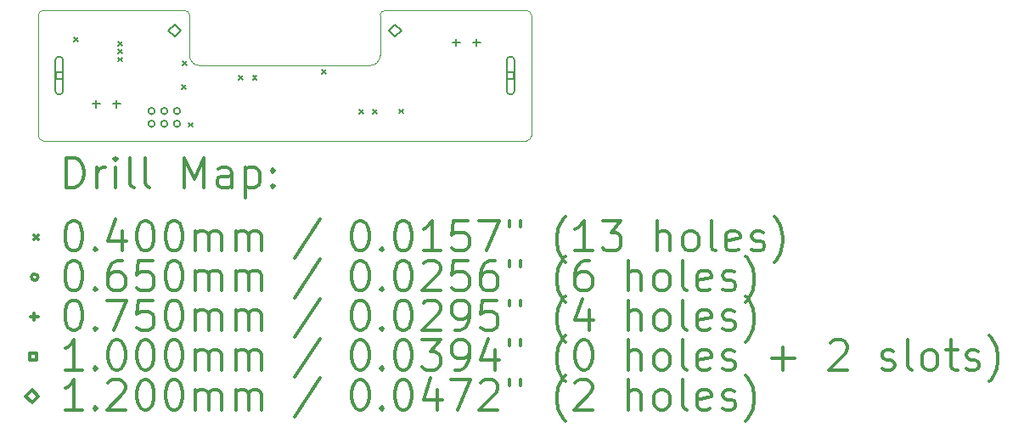
<source format=gbr>
%FSLAX45Y45*%
G04 Gerber Fmt 4.5, Leading zero omitted, Abs format (unit mm)*
G04 Created by KiCad (PCBNEW (5.1.10-1-10_14)) date 2023-04-11 22:45:13*
%MOMM*%
%LPD*%
G01*
G04 APERTURE LIST*
%TA.AperFunction,Profile*%
%ADD10C,0.050000*%
%TD*%
%ADD11C,0.200000*%
%ADD12C,0.300000*%
G04 APERTURE END LIST*
D10*
X1990000Y-2000000D02*
G75*
G02*
X2040000Y-1950000I50000J0D01*
G01*
X2040000Y-3250000D02*
G75*
G02*
X1990000Y-3200000I0J50000D01*
G01*
X6910000Y-3200000D02*
G75*
G02*
X6860000Y-3250000I-50000J0D01*
G01*
X6860000Y-1950000D02*
G75*
G02*
X6910000Y-2000000I0J-50000D01*
G01*
X5400000Y-2000000D02*
G75*
G02*
X5450000Y-1950000I50000J0D01*
G01*
X3450000Y-1950000D02*
G75*
G02*
X3500000Y-2000000I0J-50000D01*
G01*
X5400000Y-2400000D02*
G75*
G02*
X5300000Y-2500000I-100000J0D01*
G01*
X3600000Y-2500000D02*
G75*
G02*
X3500000Y-2400000I0J100000D01*
G01*
X5400000Y-2000000D02*
X5400000Y-2400000D01*
X5300000Y-2500000D02*
X3600000Y-2500000D01*
X3500000Y-2400000D02*
X3500000Y-2000000D01*
X6860000Y-1950000D02*
X5450000Y-1950000D01*
X3450000Y-1950000D02*
X2040000Y-1950000D01*
X6910000Y-3200000D02*
X6910000Y-2000000D01*
X2040000Y-3250000D02*
X6860000Y-3250000D01*
X1990000Y-2000000D02*
X1990000Y-3200000D01*
D11*
X2350000Y-2220000D02*
X2390000Y-2260000D01*
X2390000Y-2220000D02*
X2350000Y-2260000D01*
X2789999Y-2336568D02*
X2829999Y-2376568D01*
X2829999Y-2336568D02*
X2789999Y-2376568D01*
X2790000Y-2260000D02*
X2830000Y-2300000D01*
X2830000Y-2260000D02*
X2790000Y-2300000D01*
X2790000Y-2420000D02*
X2830000Y-2460000D01*
X2830000Y-2420000D02*
X2790000Y-2460000D01*
X3425000Y-2695000D02*
X3465000Y-2735000D01*
X3465000Y-2695000D02*
X3425000Y-2735000D01*
X3430000Y-2460000D02*
X3470000Y-2500000D01*
X3470000Y-2460000D02*
X3430000Y-2500000D01*
X3490000Y-3070000D02*
X3530000Y-3110000D01*
X3530000Y-3070000D02*
X3490000Y-3110000D01*
X3988907Y-2598561D02*
X4028907Y-2638561D01*
X4028907Y-2598561D02*
X3988907Y-2638561D01*
X4130000Y-2600001D02*
X4170000Y-2640001D01*
X4170000Y-2600001D02*
X4130000Y-2640001D01*
X4820000Y-2542502D02*
X4860000Y-2582502D01*
X4860000Y-2542502D02*
X4820000Y-2582502D01*
X5190000Y-2940000D02*
X5230000Y-2980000D01*
X5230000Y-2940000D02*
X5190000Y-2980000D01*
X5330000Y-2940000D02*
X5370000Y-2980000D01*
X5370000Y-2940000D02*
X5330000Y-2980000D01*
X5590000Y-2935000D02*
X5630000Y-2975000D01*
X5630000Y-2935000D02*
X5590000Y-2975000D01*
X3152500Y-2953000D02*
G75*
G03*
X3152500Y-2953000I-32500J0D01*
G01*
X3152500Y-3080000D02*
G75*
G03*
X3152500Y-3080000I-32500J0D01*
G01*
X3279500Y-2953000D02*
G75*
G03*
X3279500Y-2953000I-32500J0D01*
G01*
X3279500Y-3080000D02*
G75*
G03*
X3279500Y-3080000I-32500J0D01*
G01*
X3406500Y-2953000D02*
G75*
G03*
X3406500Y-2953000I-32500J0D01*
G01*
X3406500Y-3080000D02*
G75*
G03*
X3406500Y-3080000I-32500J0D01*
G01*
X2570000Y-2842500D02*
X2570000Y-2917500D01*
X2532500Y-2880000D02*
X2607500Y-2880000D01*
X2770000Y-2842500D02*
X2770000Y-2917500D01*
X2732500Y-2880000D02*
X2807500Y-2880000D01*
X6160000Y-2232500D02*
X6160000Y-2307500D01*
X6122500Y-2270000D02*
X6197500Y-2270000D01*
X6360000Y-2232500D02*
X6360000Y-2307500D01*
X6322500Y-2270000D02*
X6397500Y-2270000D01*
X2235356Y-2635356D02*
X2235356Y-2564644D01*
X2164644Y-2564644D01*
X2164644Y-2635356D01*
X2235356Y-2635356D01*
X2160000Y-2450000D02*
X2160000Y-2750000D01*
X2240000Y-2450000D02*
X2240000Y-2750000D01*
X2160000Y-2750000D02*
G75*
G03*
X2240000Y-2750000I40000J0D01*
G01*
X2240000Y-2450000D02*
G75*
G03*
X2160000Y-2450000I-40000J0D01*
G01*
X6735356Y-2635356D02*
X6735356Y-2564644D01*
X6664644Y-2564644D01*
X6664644Y-2635356D01*
X6735356Y-2635356D01*
X6660000Y-2450000D02*
X6660000Y-2750000D01*
X6740000Y-2450000D02*
X6740000Y-2750000D01*
X6660000Y-2750000D02*
G75*
G03*
X6740000Y-2750000I40000J0D01*
G01*
X6740000Y-2450000D02*
G75*
G03*
X6660000Y-2450000I-40000J0D01*
G01*
X3350000Y-2210000D02*
X3410000Y-2150000D01*
X3350000Y-2090000D01*
X3290000Y-2150000D01*
X3350000Y-2210000D01*
X5550000Y-2210000D02*
X5610000Y-2150000D01*
X5550000Y-2090000D01*
X5490000Y-2150000D01*
X5550000Y-2210000D01*
D12*
X2273928Y-3718214D02*
X2273928Y-3418214D01*
X2345357Y-3418214D01*
X2388214Y-3432500D01*
X2416786Y-3461071D01*
X2431071Y-3489643D01*
X2445357Y-3546786D01*
X2445357Y-3589643D01*
X2431071Y-3646786D01*
X2416786Y-3675357D01*
X2388214Y-3703929D01*
X2345357Y-3718214D01*
X2273928Y-3718214D01*
X2573928Y-3718214D02*
X2573928Y-3518214D01*
X2573928Y-3575357D02*
X2588214Y-3546786D01*
X2602500Y-3532500D01*
X2631071Y-3518214D01*
X2659643Y-3518214D01*
X2759643Y-3718214D02*
X2759643Y-3518214D01*
X2759643Y-3418214D02*
X2745357Y-3432500D01*
X2759643Y-3446786D01*
X2773928Y-3432500D01*
X2759643Y-3418214D01*
X2759643Y-3446786D01*
X2945357Y-3718214D02*
X2916786Y-3703929D01*
X2902500Y-3675357D01*
X2902500Y-3418214D01*
X3102500Y-3718214D02*
X3073928Y-3703929D01*
X3059643Y-3675357D01*
X3059643Y-3418214D01*
X3445357Y-3718214D02*
X3445357Y-3418214D01*
X3545357Y-3632500D01*
X3645357Y-3418214D01*
X3645357Y-3718214D01*
X3916786Y-3718214D02*
X3916786Y-3561071D01*
X3902500Y-3532500D01*
X3873928Y-3518214D01*
X3816786Y-3518214D01*
X3788214Y-3532500D01*
X3916786Y-3703929D02*
X3888214Y-3718214D01*
X3816786Y-3718214D01*
X3788214Y-3703929D01*
X3773928Y-3675357D01*
X3773928Y-3646786D01*
X3788214Y-3618214D01*
X3816786Y-3603929D01*
X3888214Y-3603929D01*
X3916786Y-3589643D01*
X4059643Y-3518214D02*
X4059643Y-3818214D01*
X4059643Y-3532500D02*
X4088214Y-3518214D01*
X4145357Y-3518214D01*
X4173928Y-3532500D01*
X4188214Y-3546786D01*
X4202500Y-3575357D01*
X4202500Y-3661071D01*
X4188214Y-3689643D01*
X4173928Y-3703929D01*
X4145357Y-3718214D01*
X4088214Y-3718214D01*
X4059643Y-3703929D01*
X4331071Y-3689643D02*
X4345357Y-3703929D01*
X4331071Y-3718214D01*
X4316786Y-3703929D01*
X4331071Y-3689643D01*
X4331071Y-3718214D01*
X4331071Y-3532500D02*
X4345357Y-3546786D01*
X4331071Y-3561071D01*
X4316786Y-3546786D01*
X4331071Y-3532500D01*
X4331071Y-3561071D01*
X1947500Y-4192500D02*
X1987500Y-4232500D01*
X1987500Y-4192500D02*
X1947500Y-4232500D01*
X2331071Y-4048214D02*
X2359643Y-4048214D01*
X2388214Y-4062500D01*
X2402500Y-4076786D01*
X2416786Y-4105357D01*
X2431071Y-4162500D01*
X2431071Y-4233929D01*
X2416786Y-4291072D01*
X2402500Y-4319643D01*
X2388214Y-4333929D01*
X2359643Y-4348214D01*
X2331071Y-4348214D01*
X2302500Y-4333929D01*
X2288214Y-4319643D01*
X2273928Y-4291072D01*
X2259643Y-4233929D01*
X2259643Y-4162500D01*
X2273928Y-4105357D01*
X2288214Y-4076786D01*
X2302500Y-4062500D01*
X2331071Y-4048214D01*
X2559643Y-4319643D02*
X2573928Y-4333929D01*
X2559643Y-4348214D01*
X2545357Y-4333929D01*
X2559643Y-4319643D01*
X2559643Y-4348214D01*
X2831071Y-4148214D02*
X2831071Y-4348214D01*
X2759643Y-4033929D02*
X2688214Y-4248214D01*
X2873928Y-4248214D01*
X3045357Y-4048214D02*
X3073928Y-4048214D01*
X3102500Y-4062500D01*
X3116786Y-4076786D01*
X3131071Y-4105357D01*
X3145357Y-4162500D01*
X3145357Y-4233929D01*
X3131071Y-4291072D01*
X3116786Y-4319643D01*
X3102500Y-4333929D01*
X3073928Y-4348214D01*
X3045357Y-4348214D01*
X3016786Y-4333929D01*
X3002500Y-4319643D01*
X2988214Y-4291072D01*
X2973928Y-4233929D01*
X2973928Y-4162500D01*
X2988214Y-4105357D01*
X3002500Y-4076786D01*
X3016786Y-4062500D01*
X3045357Y-4048214D01*
X3331071Y-4048214D02*
X3359643Y-4048214D01*
X3388214Y-4062500D01*
X3402500Y-4076786D01*
X3416786Y-4105357D01*
X3431071Y-4162500D01*
X3431071Y-4233929D01*
X3416786Y-4291072D01*
X3402500Y-4319643D01*
X3388214Y-4333929D01*
X3359643Y-4348214D01*
X3331071Y-4348214D01*
X3302500Y-4333929D01*
X3288214Y-4319643D01*
X3273928Y-4291072D01*
X3259643Y-4233929D01*
X3259643Y-4162500D01*
X3273928Y-4105357D01*
X3288214Y-4076786D01*
X3302500Y-4062500D01*
X3331071Y-4048214D01*
X3559643Y-4348214D02*
X3559643Y-4148214D01*
X3559643Y-4176786D02*
X3573928Y-4162500D01*
X3602500Y-4148214D01*
X3645357Y-4148214D01*
X3673928Y-4162500D01*
X3688214Y-4191071D01*
X3688214Y-4348214D01*
X3688214Y-4191071D02*
X3702500Y-4162500D01*
X3731071Y-4148214D01*
X3773928Y-4148214D01*
X3802500Y-4162500D01*
X3816786Y-4191071D01*
X3816786Y-4348214D01*
X3959643Y-4348214D02*
X3959643Y-4148214D01*
X3959643Y-4176786D02*
X3973928Y-4162500D01*
X4002500Y-4148214D01*
X4045357Y-4148214D01*
X4073928Y-4162500D01*
X4088214Y-4191071D01*
X4088214Y-4348214D01*
X4088214Y-4191071D02*
X4102500Y-4162500D01*
X4131071Y-4148214D01*
X4173928Y-4148214D01*
X4202500Y-4162500D01*
X4216786Y-4191071D01*
X4216786Y-4348214D01*
X4802500Y-4033929D02*
X4545357Y-4419643D01*
X5188214Y-4048214D02*
X5216786Y-4048214D01*
X5245357Y-4062500D01*
X5259643Y-4076786D01*
X5273928Y-4105357D01*
X5288214Y-4162500D01*
X5288214Y-4233929D01*
X5273928Y-4291072D01*
X5259643Y-4319643D01*
X5245357Y-4333929D01*
X5216786Y-4348214D01*
X5188214Y-4348214D01*
X5159643Y-4333929D01*
X5145357Y-4319643D01*
X5131071Y-4291072D01*
X5116786Y-4233929D01*
X5116786Y-4162500D01*
X5131071Y-4105357D01*
X5145357Y-4076786D01*
X5159643Y-4062500D01*
X5188214Y-4048214D01*
X5416786Y-4319643D02*
X5431071Y-4333929D01*
X5416786Y-4348214D01*
X5402500Y-4333929D01*
X5416786Y-4319643D01*
X5416786Y-4348214D01*
X5616786Y-4048214D02*
X5645357Y-4048214D01*
X5673928Y-4062500D01*
X5688214Y-4076786D01*
X5702500Y-4105357D01*
X5716786Y-4162500D01*
X5716786Y-4233929D01*
X5702500Y-4291072D01*
X5688214Y-4319643D01*
X5673928Y-4333929D01*
X5645357Y-4348214D01*
X5616786Y-4348214D01*
X5588214Y-4333929D01*
X5573928Y-4319643D01*
X5559643Y-4291072D01*
X5545357Y-4233929D01*
X5545357Y-4162500D01*
X5559643Y-4105357D01*
X5573928Y-4076786D01*
X5588214Y-4062500D01*
X5616786Y-4048214D01*
X6002500Y-4348214D02*
X5831071Y-4348214D01*
X5916786Y-4348214D02*
X5916786Y-4048214D01*
X5888214Y-4091071D01*
X5859643Y-4119643D01*
X5831071Y-4133929D01*
X6273928Y-4048214D02*
X6131071Y-4048214D01*
X6116786Y-4191071D01*
X6131071Y-4176786D01*
X6159643Y-4162500D01*
X6231071Y-4162500D01*
X6259643Y-4176786D01*
X6273928Y-4191071D01*
X6288214Y-4219643D01*
X6288214Y-4291072D01*
X6273928Y-4319643D01*
X6259643Y-4333929D01*
X6231071Y-4348214D01*
X6159643Y-4348214D01*
X6131071Y-4333929D01*
X6116786Y-4319643D01*
X6388214Y-4048214D02*
X6588214Y-4048214D01*
X6459643Y-4348214D01*
X6688214Y-4048214D02*
X6688214Y-4105357D01*
X6802500Y-4048214D02*
X6802500Y-4105357D01*
X7245357Y-4462500D02*
X7231071Y-4448214D01*
X7202500Y-4405357D01*
X7188214Y-4376786D01*
X7173928Y-4333929D01*
X7159643Y-4262500D01*
X7159643Y-4205357D01*
X7173928Y-4133929D01*
X7188214Y-4091071D01*
X7202500Y-4062500D01*
X7231071Y-4019643D01*
X7245357Y-4005357D01*
X7516786Y-4348214D02*
X7345357Y-4348214D01*
X7431071Y-4348214D02*
X7431071Y-4048214D01*
X7402500Y-4091071D01*
X7373928Y-4119643D01*
X7345357Y-4133929D01*
X7616786Y-4048214D02*
X7802500Y-4048214D01*
X7702500Y-4162500D01*
X7745357Y-4162500D01*
X7773928Y-4176786D01*
X7788214Y-4191071D01*
X7802500Y-4219643D01*
X7802500Y-4291072D01*
X7788214Y-4319643D01*
X7773928Y-4333929D01*
X7745357Y-4348214D01*
X7659643Y-4348214D01*
X7631071Y-4333929D01*
X7616786Y-4319643D01*
X8159643Y-4348214D02*
X8159643Y-4048214D01*
X8288214Y-4348214D02*
X8288214Y-4191071D01*
X8273928Y-4162500D01*
X8245357Y-4148214D01*
X8202500Y-4148214D01*
X8173928Y-4162500D01*
X8159643Y-4176786D01*
X8473928Y-4348214D02*
X8445357Y-4333929D01*
X8431071Y-4319643D01*
X8416786Y-4291072D01*
X8416786Y-4205357D01*
X8431071Y-4176786D01*
X8445357Y-4162500D01*
X8473928Y-4148214D01*
X8516786Y-4148214D01*
X8545357Y-4162500D01*
X8559643Y-4176786D01*
X8573928Y-4205357D01*
X8573928Y-4291072D01*
X8559643Y-4319643D01*
X8545357Y-4333929D01*
X8516786Y-4348214D01*
X8473928Y-4348214D01*
X8745357Y-4348214D02*
X8716786Y-4333929D01*
X8702500Y-4305357D01*
X8702500Y-4048214D01*
X8973928Y-4333929D02*
X8945357Y-4348214D01*
X8888214Y-4348214D01*
X8859643Y-4333929D01*
X8845357Y-4305357D01*
X8845357Y-4191071D01*
X8859643Y-4162500D01*
X8888214Y-4148214D01*
X8945357Y-4148214D01*
X8973928Y-4162500D01*
X8988214Y-4191071D01*
X8988214Y-4219643D01*
X8845357Y-4248214D01*
X9102500Y-4333929D02*
X9131071Y-4348214D01*
X9188214Y-4348214D01*
X9216786Y-4333929D01*
X9231071Y-4305357D01*
X9231071Y-4291072D01*
X9216786Y-4262500D01*
X9188214Y-4248214D01*
X9145357Y-4248214D01*
X9116786Y-4233929D01*
X9102500Y-4205357D01*
X9102500Y-4191071D01*
X9116786Y-4162500D01*
X9145357Y-4148214D01*
X9188214Y-4148214D01*
X9216786Y-4162500D01*
X9331071Y-4462500D02*
X9345357Y-4448214D01*
X9373928Y-4405357D01*
X9388214Y-4376786D01*
X9402500Y-4333929D01*
X9416786Y-4262500D01*
X9416786Y-4205357D01*
X9402500Y-4133929D01*
X9388214Y-4091071D01*
X9373928Y-4062500D01*
X9345357Y-4019643D01*
X9331071Y-4005357D01*
X1987500Y-4608500D02*
G75*
G03*
X1987500Y-4608500I-32500J0D01*
G01*
X2331071Y-4444214D02*
X2359643Y-4444214D01*
X2388214Y-4458500D01*
X2402500Y-4472786D01*
X2416786Y-4501357D01*
X2431071Y-4558500D01*
X2431071Y-4629929D01*
X2416786Y-4687072D01*
X2402500Y-4715643D01*
X2388214Y-4729929D01*
X2359643Y-4744214D01*
X2331071Y-4744214D01*
X2302500Y-4729929D01*
X2288214Y-4715643D01*
X2273928Y-4687072D01*
X2259643Y-4629929D01*
X2259643Y-4558500D01*
X2273928Y-4501357D01*
X2288214Y-4472786D01*
X2302500Y-4458500D01*
X2331071Y-4444214D01*
X2559643Y-4715643D02*
X2573928Y-4729929D01*
X2559643Y-4744214D01*
X2545357Y-4729929D01*
X2559643Y-4715643D01*
X2559643Y-4744214D01*
X2831071Y-4444214D02*
X2773928Y-4444214D01*
X2745357Y-4458500D01*
X2731071Y-4472786D01*
X2702500Y-4515643D01*
X2688214Y-4572786D01*
X2688214Y-4687072D01*
X2702500Y-4715643D01*
X2716786Y-4729929D01*
X2745357Y-4744214D01*
X2802500Y-4744214D01*
X2831071Y-4729929D01*
X2845357Y-4715643D01*
X2859643Y-4687072D01*
X2859643Y-4615643D01*
X2845357Y-4587072D01*
X2831071Y-4572786D01*
X2802500Y-4558500D01*
X2745357Y-4558500D01*
X2716786Y-4572786D01*
X2702500Y-4587072D01*
X2688214Y-4615643D01*
X3131071Y-4444214D02*
X2988214Y-4444214D01*
X2973928Y-4587072D01*
X2988214Y-4572786D01*
X3016786Y-4558500D01*
X3088214Y-4558500D01*
X3116786Y-4572786D01*
X3131071Y-4587072D01*
X3145357Y-4615643D01*
X3145357Y-4687072D01*
X3131071Y-4715643D01*
X3116786Y-4729929D01*
X3088214Y-4744214D01*
X3016786Y-4744214D01*
X2988214Y-4729929D01*
X2973928Y-4715643D01*
X3331071Y-4444214D02*
X3359643Y-4444214D01*
X3388214Y-4458500D01*
X3402500Y-4472786D01*
X3416786Y-4501357D01*
X3431071Y-4558500D01*
X3431071Y-4629929D01*
X3416786Y-4687072D01*
X3402500Y-4715643D01*
X3388214Y-4729929D01*
X3359643Y-4744214D01*
X3331071Y-4744214D01*
X3302500Y-4729929D01*
X3288214Y-4715643D01*
X3273928Y-4687072D01*
X3259643Y-4629929D01*
X3259643Y-4558500D01*
X3273928Y-4501357D01*
X3288214Y-4472786D01*
X3302500Y-4458500D01*
X3331071Y-4444214D01*
X3559643Y-4744214D02*
X3559643Y-4544214D01*
X3559643Y-4572786D02*
X3573928Y-4558500D01*
X3602500Y-4544214D01*
X3645357Y-4544214D01*
X3673928Y-4558500D01*
X3688214Y-4587072D01*
X3688214Y-4744214D01*
X3688214Y-4587072D02*
X3702500Y-4558500D01*
X3731071Y-4544214D01*
X3773928Y-4544214D01*
X3802500Y-4558500D01*
X3816786Y-4587072D01*
X3816786Y-4744214D01*
X3959643Y-4744214D02*
X3959643Y-4544214D01*
X3959643Y-4572786D02*
X3973928Y-4558500D01*
X4002500Y-4544214D01*
X4045357Y-4544214D01*
X4073928Y-4558500D01*
X4088214Y-4587072D01*
X4088214Y-4744214D01*
X4088214Y-4587072D02*
X4102500Y-4558500D01*
X4131071Y-4544214D01*
X4173928Y-4544214D01*
X4202500Y-4558500D01*
X4216786Y-4587072D01*
X4216786Y-4744214D01*
X4802500Y-4429929D02*
X4545357Y-4815643D01*
X5188214Y-4444214D02*
X5216786Y-4444214D01*
X5245357Y-4458500D01*
X5259643Y-4472786D01*
X5273928Y-4501357D01*
X5288214Y-4558500D01*
X5288214Y-4629929D01*
X5273928Y-4687072D01*
X5259643Y-4715643D01*
X5245357Y-4729929D01*
X5216786Y-4744214D01*
X5188214Y-4744214D01*
X5159643Y-4729929D01*
X5145357Y-4715643D01*
X5131071Y-4687072D01*
X5116786Y-4629929D01*
X5116786Y-4558500D01*
X5131071Y-4501357D01*
X5145357Y-4472786D01*
X5159643Y-4458500D01*
X5188214Y-4444214D01*
X5416786Y-4715643D02*
X5431071Y-4729929D01*
X5416786Y-4744214D01*
X5402500Y-4729929D01*
X5416786Y-4715643D01*
X5416786Y-4744214D01*
X5616786Y-4444214D02*
X5645357Y-4444214D01*
X5673928Y-4458500D01*
X5688214Y-4472786D01*
X5702500Y-4501357D01*
X5716786Y-4558500D01*
X5716786Y-4629929D01*
X5702500Y-4687072D01*
X5688214Y-4715643D01*
X5673928Y-4729929D01*
X5645357Y-4744214D01*
X5616786Y-4744214D01*
X5588214Y-4729929D01*
X5573928Y-4715643D01*
X5559643Y-4687072D01*
X5545357Y-4629929D01*
X5545357Y-4558500D01*
X5559643Y-4501357D01*
X5573928Y-4472786D01*
X5588214Y-4458500D01*
X5616786Y-4444214D01*
X5831071Y-4472786D02*
X5845357Y-4458500D01*
X5873928Y-4444214D01*
X5945357Y-4444214D01*
X5973928Y-4458500D01*
X5988214Y-4472786D01*
X6002500Y-4501357D01*
X6002500Y-4529929D01*
X5988214Y-4572786D01*
X5816786Y-4744214D01*
X6002500Y-4744214D01*
X6273928Y-4444214D02*
X6131071Y-4444214D01*
X6116786Y-4587072D01*
X6131071Y-4572786D01*
X6159643Y-4558500D01*
X6231071Y-4558500D01*
X6259643Y-4572786D01*
X6273928Y-4587072D01*
X6288214Y-4615643D01*
X6288214Y-4687072D01*
X6273928Y-4715643D01*
X6259643Y-4729929D01*
X6231071Y-4744214D01*
X6159643Y-4744214D01*
X6131071Y-4729929D01*
X6116786Y-4715643D01*
X6545357Y-4444214D02*
X6488214Y-4444214D01*
X6459643Y-4458500D01*
X6445357Y-4472786D01*
X6416786Y-4515643D01*
X6402500Y-4572786D01*
X6402500Y-4687072D01*
X6416786Y-4715643D01*
X6431071Y-4729929D01*
X6459643Y-4744214D01*
X6516786Y-4744214D01*
X6545357Y-4729929D01*
X6559643Y-4715643D01*
X6573928Y-4687072D01*
X6573928Y-4615643D01*
X6559643Y-4587072D01*
X6545357Y-4572786D01*
X6516786Y-4558500D01*
X6459643Y-4558500D01*
X6431071Y-4572786D01*
X6416786Y-4587072D01*
X6402500Y-4615643D01*
X6688214Y-4444214D02*
X6688214Y-4501357D01*
X6802500Y-4444214D02*
X6802500Y-4501357D01*
X7245357Y-4858500D02*
X7231071Y-4844214D01*
X7202500Y-4801357D01*
X7188214Y-4772786D01*
X7173928Y-4729929D01*
X7159643Y-4658500D01*
X7159643Y-4601357D01*
X7173928Y-4529929D01*
X7188214Y-4487072D01*
X7202500Y-4458500D01*
X7231071Y-4415643D01*
X7245357Y-4401357D01*
X7488214Y-4444214D02*
X7431071Y-4444214D01*
X7402500Y-4458500D01*
X7388214Y-4472786D01*
X7359643Y-4515643D01*
X7345357Y-4572786D01*
X7345357Y-4687072D01*
X7359643Y-4715643D01*
X7373928Y-4729929D01*
X7402500Y-4744214D01*
X7459643Y-4744214D01*
X7488214Y-4729929D01*
X7502500Y-4715643D01*
X7516786Y-4687072D01*
X7516786Y-4615643D01*
X7502500Y-4587072D01*
X7488214Y-4572786D01*
X7459643Y-4558500D01*
X7402500Y-4558500D01*
X7373928Y-4572786D01*
X7359643Y-4587072D01*
X7345357Y-4615643D01*
X7873928Y-4744214D02*
X7873928Y-4444214D01*
X8002500Y-4744214D02*
X8002500Y-4587072D01*
X7988214Y-4558500D01*
X7959643Y-4544214D01*
X7916786Y-4544214D01*
X7888214Y-4558500D01*
X7873928Y-4572786D01*
X8188214Y-4744214D02*
X8159643Y-4729929D01*
X8145357Y-4715643D01*
X8131071Y-4687072D01*
X8131071Y-4601357D01*
X8145357Y-4572786D01*
X8159643Y-4558500D01*
X8188214Y-4544214D01*
X8231071Y-4544214D01*
X8259643Y-4558500D01*
X8273928Y-4572786D01*
X8288214Y-4601357D01*
X8288214Y-4687072D01*
X8273928Y-4715643D01*
X8259643Y-4729929D01*
X8231071Y-4744214D01*
X8188214Y-4744214D01*
X8459643Y-4744214D02*
X8431071Y-4729929D01*
X8416786Y-4701357D01*
X8416786Y-4444214D01*
X8688214Y-4729929D02*
X8659643Y-4744214D01*
X8602500Y-4744214D01*
X8573928Y-4729929D01*
X8559643Y-4701357D01*
X8559643Y-4587072D01*
X8573928Y-4558500D01*
X8602500Y-4544214D01*
X8659643Y-4544214D01*
X8688214Y-4558500D01*
X8702500Y-4587072D01*
X8702500Y-4615643D01*
X8559643Y-4644214D01*
X8816786Y-4729929D02*
X8845357Y-4744214D01*
X8902500Y-4744214D01*
X8931071Y-4729929D01*
X8945357Y-4701357D01*
X8945357Y-4687072D01*
X8931071Y-4658500D01*
X8902500Y-4644214D01*
X8859643Y-4644214D01*
X8831071Y-4629929D01*
X8816786Y-4601357D01*
X8816786Y-4587072D01*
X8831071Y-4558500D01*
X8859643Y-4544214D01*
X8902500Y-4544214D01*
X8931071Y-4558500D01*
X9045357Y-4858500D02*
X9059643Y-4844214D01*
X9088214Y-4801357D01*
X9102500Y-4772786D01*
X9116786Y-4729929D01*
X9131071Y-4658500D01*
X9131071Y-4601357D01*
X9116786Y-4529929D01*
X9102500Y-4487072D01*
X9088214Y-4458500D01*
X9059643Y-4415643D01*
X9045357Y-4401357D01*
X1950000Y-4967000D02*
X1950000Y-5042000D01*
X1912500Y-5004500D02*
X1987500Y-5004500D01*
X2331071Y-4840214D02*
X2359643Y-4840214D01*
X2388214Y-4854500D01*
X2402500Y-4868786D01*
X2416786Y-4897357D01*
X2431071Y-4954500D01*
X2431071Y-5025929D01*
X2416786Y-5083072D01*
X2402500Y-5111643D01*
X2388214Y-5125929D01*
X2359643Y-5140214D01*
X2331071Y-5140214D01*
X2302500Y-5125929D01*
X2288214Y-5111643D01*
X2273928Y-5083072D01*
X2259643Y-5025929D01*
X2259643Y-4954500D01*
X2273928Y-4897357D01*
X2288214Y-4868786D01*
X2302500Y-4854500D01*
X2331071Y-4840214D01*
X2559643Y-5111643D02*
X2573928Y-5125929D01*
X2559643Y-5140214D01*
X2545357Y-5125929D01*
X2559643Y-5111643D01*
X2559643Y-5140214D01*
X2673928Y-4840214D02*
X2873928Y-4840214D01*
X2745357Y-5140214D01*
X3131071Y-4840214D02*
X2988214Y-4840214D01*
X2973928Y-4983072D01*
X2988214Y-4968786D01*
X3016786Y-4954500D01*
X3088214Y-4954500D01*
X3116786Y-4968786D01*
X3131071Y-4983072D01*
X3145357Y-5011643D01*
X3145357Y-5083072D01*
X3131071Y-5111643D01*
X3116786Y-5125929D01*
X3088214Y-5140214D01*
X3016786Y-5140214D01*
X2988214Y-5125929D01*
X2973928Y-5111643D01*
X3331071Y-4840214D02*
X3359643Y-4840214D01*
X3388214Y-4854500D01*
X3402500Y-4868786D01*
X3416786Y-4897357D01*
X3431071Y-4954500D01*
X3431071Y-5025929D01*
X3416786Y-5083072D01*
X3402500Y-5111643D01*
X3388214Y-5125929D01*
X3359643Y-5140214D01*
X3331071Y-5140214D01*
X3302500Y-5125929D01*
X3288214Y-5111643D01*
X3273928Y-5083072D01*
X3259643Y-5025929D01*
X3259643Y-4954500D01*
X3273928Y-4897357D01*
X3288214Y-4868786D01*
X3302500Y-4854500D01*
X3331071Y-4840214D01*
X3559643Y-5140214D02*
X3559643Y-4940214D01*
X3559643Y-4968786D02*
X3573928Y-4954500D01*
X3602500Y-4940214D01*
X3645357Y-4940214D01*
X3673928Y-4954500D01*
X3688214Y-4983072D01*
X3688214Y-5140214D01*
X3688214Y-4983072D02*
X3702500Y-4954500D01*
X3731071Y-4940214D01*
X3773928Y-4940214D01*
X3802500Y-4954500D01*
X3816786Y-4983072D01*
X3816786Y-5140214D01*
X3959643Y-5140214D02*
X3959643Y-4940214D01*
X3959643Y-4968786D02*
X3973928Y-4954500D01*
X4002500Y-4940214D01*
X4045357Y-4940214D01*
X4073928Y-4954500D01*
X4088214Y-4983072D01*
X4088214Y-5140214D01*
X4088214Y-4983072D02*
X4102500Y-4954500D01*
X4131071Y-4940214D01*
X4173928Y-4940214D01*
X4202500Y-4954500D01*
X4216786Y-4983072D01*
X4216786Y-5140214D01*
X4802500Y-4825929D02*
X4545357Y-5211643D01*
X5188214Y-4840214D02*
X5216786Y-4840214D01*
X5245357Y-4854500D01*
X5259643Y-4868786D01*
X5273928Y-4897357D01*
X5288214Y-4954500D01*
X5288214Y-5025929D01*
X5273928Y-5083072D01*
X5259643Y-5111643D01*
X5245357Y-5125929D01*
X5216786Y-5140214D01*
X5188214Y-5140214D01*
X5159643Y-5125929D01*
X5145357Y-5111643D01*
X5131071Y-5083072D01*
X5116786Y-5025929D01*
X5116786Y-4954500D01*
X5131071Y-4897357D01*
X5145357Y-4868786D01*
X5159643Y-4854500D01*
X5188214Y-4840214D01*
X5416786Y-5111643D02*
X5431071Y-5125929D01*
X5416786Y-5140214D01*
X5402500Y-5125929D01*
X5416786Y-5111643D01*
X5416786Y-5140214D01*
X5616786Y-4840214D02*
X5645357Y-4840214D01*
X5673928Y-4854500D01*
X5688214Y-4868786D01*
X5702500Y-4897357D01*
X5716786Y-4954500D01*
X5716786Y-5025929D01*
X5702500Y-5083072D01*
X5688214Y-5111643D01*
X5673928Y-5125929D01*
X5645357Y-5140214D01*
X5616786Y-5140214D01*
X5588214Y-5125929D01*
X5573928Y-5111643D01*
X5559643Y-5083072D01*
X5545357Y-5025929D01*
X5545357Y-4954500D01*
X5559643Y-4897357D01*
X5573928Y-4868786D01*
X5588214Y-4854500D01*
X5616786Y-4840214D01*
X5831071Y-4868786D02*
X5845357Y-4854500D01*
X5873928Y-4840214D01*
X5945357Y-4840214D01*
X5973928Y-4854500D01*
X5988214Y-4868786D01*
X6002500Y-4897357D01*
X6002500Y-4925929D01*
X5988214Y-4968786D01*
X5816786Y-5140214D01*
X6002500Y-5140214D01*
X6145357Y-5140214D02*
X6202500Y-5140214D01*
X6231071Y-5125929D01*
X6245357Y-5111643D01*
X6273928Y-5068786D01*
X6288214Y-5011643D01*
X6288214Y-4897357D01*
X6273928Y-4868786D01*
X6259643Y-4854500D01*
X6231071Y-4840214D01*
X6173928Y-4840214D01*
X6145357Y-4854500D01*
X6131071Y-4868786D01*
X6116786Y-4897357D01*
X6116786Y-4968786D01*
X6131071Y-4997357D01*
X6145357Y-5011643D01*
X6173928Y-5025929D01*
X6231071Y-5025929D01*
X6259643Y-5011643D01*
X6273928Y-4997357D01*
X6288214Y-4968786D01*
X6559643Y-4840214D02*
X6416786Y-4840214D01*
X6402500Y-4983072D01*
X6416786Y-4968786D01*
X6445357Y-4954500D01*
X6516786Y-4954500D01*
X6545357Y-4968786D01*
X6559643Y-4983072D01*
X6573928Y-5011643D01*
X6573928Y-5083072D01*
X6559643Y-5111643D01*
X6545357Y-5125929D01*
X6516786Y-5140214D01*
X6445357Y-5140214D01*
X6416786Y-5125929D01*
X6402500Y-5111643D01*
X6688214Y-4840214D02*
X6688214Y-4897357D01*
X6802500Y-4840214D02*
X6802500Y-4897357D01*
X7245357Y-5254500D02*
X7231071Y-5240214D01*
X7202500Y-5197357D01*
X7188214Y-5168786D01*
X7173928Y-5125929D01*
X7159643Y-5054500D01*
X7159643Y-4997357D01*
X7173928Y-4925929D01*
X7188214Y-4883072D01*
X7202500Y-4854500D01*
X7231071Y-4811643D01*
X7245357Y-4797357D01*
X7488214Y-4940214D02*
X7488214Y-5140214D01*
X7416786Y-4825929D02*
X7345357Y-5040214D01*
X7531071Y-5040214D01*
X7873928Y-5140214D02*
X7873928Y-4840214D01*
X8002500Y-5140214D02*
X8002500Y-4983072D01*
X7988214Y-4954500D01*
X7959643Y-4940214D01*
X7916786Y-4940214D01*
X7888214Y-4954500D01*
X7873928Y-4968786D01*
X8188214Y-5140214D02*
X8159643Y-5125929D01*
X8145357Y-5111643D01*
X8131071Y-5083072D01*
X8131071Y-4997357D01*
X8145357Y-4968786D01*
X8159643Y-4954500D01*
X8188214Y-4940214D01*
X8231071Y-4940214D01*
X8259643Y-4954500D01*
X8273928Y-4968786D01*
X8288214Y-4997357D01*
X8288214Y-5083072D01*
X8273928Y-5111643D01*
X8259643Y-5125929D01*
X8231071Y-5140214D01*
X8188214Y-5140214D01*
X8459643Y-5140214D02*
X8431071Y-5125929D01*
X8416786Y-5097357D01*
X8416786Y-4840214D01*
X8688214Y-5125929D02*
X8659643Y-5140214D01*
X8602500Y-5140214D01*
X8573928Y-5125929D01*
X8559643Y-5097357D01*
X8559643Y-4983072D01*
X8573928Y-4954500D01*
X8602500Y-4940214D01*
X8659643Y-4940214D01*
X8688214Y-4954500D01*
X8702500Y-4983072D01*
X8702500Y-5011643D01*
X8559643Y-5040214D01*
X8816786Y-5125929D02*
X8845357Y-5140214D01*
X8902500Y-5140214D01*
X8931071Y-5125929D01*
X8945357Y-5097357D01*
X8945357Y-5083072D01*
X8931071Y-5054500D01*
X8902500Y-5040214D01*
X8859643Y-5040214D01*
X8831071Y-5025929D01*
X8816786Y-4997357D01*
X8816786Y-4983072D01*
X8831071Y-4954500D01*
X8859643Y-4940214D01*
X8902500Y-4940214D01*
X8931071Y-4954500D01*
X9045357Y-5254500D02*
X9059643Y-5240214D01*
X9088214Y-5197357D01*
X9102500Y-5168786D01*
X9116786Y-5125929D01*
X9131071Y-5054500D01*
X9131071Y-4997357D01*
X9116786Y-4925929D01*
X9102500Y-4883072D01*
X9088214Y-4854500D01*
X9059643Y-4811643D01*
X9045357Y-4797357D01*
X1972856Y-5435856D02*
X1972856Y-5365144D01*
X1902144Y-5365144D01*
X1902144Y-5435856D01*
X1972856Y-5435856D01*
X2431071Y-5536214D02*
X2259643Y-5536214D01*
X2345357Y-5536214D02*
X2345357Y-5236214D01*
X2316786Y-5279072D01*
X2288214Y-5307643D01*
X2259643Y-5321929D01*
X2559643Y-5507643D02*
X2573928Y-5521929D01*
X2559643Y-5536214D01*
X2545357Y-5521929D01*
X2559643Y-5507643D01*
X2559643Y-5536214D01*
X2759643Y-5236214D02*
X2788214Y-5236214D01*
X2816786Y-5250500D01*
X2831071Y-5264786D01*
X2845357Y-5293357D01*
X2859643Y-5350500D01*
X2859643Y-5421929D01*
X2845357Y-5479072D01*
X2831071Y-5507643D01*
X2816786Y-5521929D01*
X2788214Y-5536214D01*
X2759643Y-5536214D01*
X2731071Y-5521929D01*
X2716786Y-5507643D01*
X2702500Y-5479072D01*
X2688214Y-5421929D01*
X2688214Y-5350500D01*
X2702500Y-5293357D01*
X2716786Y-5264786D01*
X2731071Y-5250500D01*
X2759643Y-5236214D01*
X3045357Y-5236214D02*
X3073928Y-5236214D01*
X3102500Y-5250500D01*
X3116786Y-5264786D01*
X3131071Y-5293357D01*
X3145357Y-5350500D01*
X3145357Y-5421929D01*
X3131071Y-5479072D01*
X3116786Y-5507643D01*
X3102500Y-5521929D01*
X3073928Y-5536214D01*
X3045357Y-5536214D01*
X3016786Y-5521929D01*
X3002500Y-5507643D01*
X2988214Y-5479072D01*
X2973928Y-5421929D01*
X2973928Y-5350500D01*
X2988214Y-5293357D01*
X3002500Y-5264786D01*
X3016786Y-5250500D01*
X3045357Y-5236214D01*
X3331071Y-5236214D02*
X3359643Y-5236214D01*
X3388214Y-5250500D01*
X3402500Y-5264786D01*
X3416786Y-5293357D01*
X3431071Y-5350500D01*
X3431071Y-5421929D01*
X3416786Y-5479072D01*
X3402500Y-5507643D01*
X3388214Y-5521929D01*
X3359643Y-5536214D01*
X3331071Y-5536214D01*
X3302500Y-5521929D01*
X3288214Y-5507643D01*
X3273928Y-5479072D01*
X3259643Y-5421929D01*
X3259643Y-5350500D01*
X3273928Y-5293357D01*
X3288214Y-5264786D01*
X3302500Y-5250500D01*
X3331071Y-5236214D01*
X3559643Y-5536214D02*
X3559643Y-5336214D01*
X3559643Y-5364786D02*
X3573928Y-5350500D01*
X3602500Y-5336214D01*
X3645357Y-5336214D01*
X3673928Y-5350500D01*
X3688214Y-5379072D01*
X3688214Y-5536214D01*
X3688214Y-5379072D02*
X3702500Y-5350500D01*
X3731071Y-5336214D01*
X3773928Y-5336214D01*
X3802500Y-5350500D01*
X3816786Y-5379072D01*
X3816786Y-5536214D01*
X3959643Y-5536214D02*
X3959643Y-5336214D01*
X3959643Y-5364786D02*
X3973928Y-5350500D01*
X4002500Y-5336214D01*
X4045357Y-5336214D01*
X4073928Y-5350500D01*
X4088214Y-5379072D01*
X4088214Y-5536214D01*
X4088214Y-5379072D02*
X4102500Y-5350500D01*
X4131071Y-5336214D01*
X4173928Y-5336214D01*
X4202500Y-5350500D01*
X4216786Y-5379072D01*
X4216786Y-5536214D01*
X4802500Y-5221929D02*
X4545357Y-5607643D01*
X5188214Y-5236214D02*
X5216786Y-5236214D01*
X5245357Y-5250500D01*
X5259643Y-5264786D01*
X5273928Y-5293357D01*
X5288214Y-5350500D01*
X5288214Y-5421929D01*
X5273928Y-5479072D01*
X5259643Y-5507643D01*
X5245357Y-5521929D01*
X5216786Y-5536214D01*
X5188214Y-5536214D01*
X5159643Y-5521929D01*
X5145357Y-5507643D01*
X5131071Y-5479072D01*
X5116786Y-5421929D01*
X5116786Y-5350500D01*
X5131071Y-5293357D01*
X5145357Y-5264786D01*
X5159643Y-5250500D01*
X5188214Y-5236214D01*
X5416786Y-5507643D02*
X5431071Y-5521929D01*
X5416786Y-5536214D01*
X5402500Y-5521929D01*
X5416786Y-5507643D01*
X5416786Y-5536214D01*
X5616786Y-5236214D02*
X5645357Y-5236214D01*
X5673928Y-5250500D01*
X5688214Y-5264786D01*
X5702500Y-5293357D01*
X5716786Y-5350500D01*
X5716786Y-5421929D01*
X5702500Y-5479072D01*
X5688214Y-5507643D01*
X5673928Y-5521929D01*
X5645357Y-5536214D01*
X5616786Y-5536214D01*
X5588214Y-5521929D01*
X5573928Y-5507643D01*
X5559643Y-5479072D01*
X5545357Y-5421929D01*
X5545357Y-5350500D01*
X5559643Y-5293357D01*
X5573928Y-5264786D01*
X5588214Y-5250500D01*
X5616786Y-5236214D01*
X5816786Y-5236214D02*
X6002500Y-5236214D01*
X5902500Y-5350500D01*
X5945357Y-5350500D01*
X5973928Y-5364786D01*
X5988214Y-5379072D01*
X6002500Y-5407643D01*
X6002500Y-5479072D01*
X5988214Y-5507643D01*
X5973928Y-5521929D01*
X5945357Y-5536214D01*
X5859643Y-5536214D01*
X5831071Y-5521929D01*
X5816786Y-5507643D01*
X6145357Y-5536214D02*
X6202500Y-5536214D01*
X6231071Y-5521929D01*
X6245357Y-5507643D01*
X6273928Y-5464786D01*
X6288214Y-5407643D01*
X6288214Y-5293357D01*
X6273928Y-5264786D01*
X6259643Y-5250500D01*
X6231071Y-5236214D01*
X6173928Y-5236214D01*
X6145357Y-5250500D01*
X6131071Y-5264786D01*
X6116786Y-5293357D01*
X6116786Y-5364786D01*
X6131071Y-5393357D01*
X6145357Y-5407643D01*
X6173928Y-5421929D01*
X6231071Y-5421929D01*
X6259643Y-5407643D01*
X6273928Y-5393357D01*
X6288214Y-5364786D01*
X6545357Y-5336214D02*
X6545357Y-5536214D01*
X6473928Y-5221929D02*
X6402500Y-5436214D01*
X6588214Y-5436214D01*
X6688214Y-5236214D02*
X6688214Y-5293357D01*
X6802500Y-5236214D02*
X6802500Y-5293357D01*
X7245357Y-5650500D02*
X7231071Y-5636214D01*
X7202500Y-5593357D01*
X7188214Y-5564786D01*
X7173928Y-5521929D01*
X7159643Y-5450500D01*
X7159643Y-5393357D01*
X7173928Y-5321929D01*
X7188214Y-5279072D01*
X7202500Y-5250500D01*
X7231071Y-5207643D01*
X7245357Y-5193357D01*
X7416786Y-5236214D02*
X7445357Y-5236214D01*
X7473928Y-5250500D01*
X7488214Y-5264786D01*
X7502500Y-5293357D01*
X7516786Y-5350500D01*
X7516786Y-5421929D01*
X7502500Y-5479072D01*
X7488214Y-5507643D01*
X7473928Y-5521929D01*
X7445357Y-5536214D01*
X7416786Y-5536214D01*
X7388214Y-5521929D01*
X7373928Y-5507643D01*
X7359643Y-5479072D01*
X7345357Y-5421929D01*
X7345357Y-5350500D01*
X7359643Y-5293357D01*
X7373928Y-5264786D01*
X7388214Y-5250500D01*
X7416786Y-5236214D01*
X7873928Y-5536214D02*
X7873928Y-5236214D01*
X8002500Y-5536214D02*
X8002500Y-5379072D01*
X7988214Y-5350500D01*
X7959643Y-5336214D01*
X7916786Y-5336214D01*
X7888214Y-5350500D01*
X7873928Y-5364786D01*
X8188214Y-5536214D02*
X8159643Y-5521929D01*
X8145357Y-5507643D01*
X8131071Y-5479072D01*
X8131071Y-5393357D01*
X8145357Y-5364786D01*
X8159643Y-5350500D01*
X8188214Y-5336214D01*
X8231071Y-5336214D01*
X8259643Y-5350500D01*
X8273928Y-5364786D01*
X8288214Y-5393357D01*
X8288214Y-5479072D01*
X8273928Y-5507643D01*
X8259643Y-5521929D01*
X8231071Y-5536214D01*
X8188214Y-5536214D01*
X8459643Y-5536214D02*
X8431071Y-5521929D01*
X8416786Y-5493357D01*
X8416786Y-5236214D01*
X8688214Y-5521929D02*
X8659643Y-5536214D01*
X8602500Y-5536214D01*
X8573928Y-5521929D01*
X8559643Y-5493357D01*
X8559643Y-5379072D01*
X8573928Y-5350500D01*
X8602500Y-5336214D01*
X8659643Y-5336214D01*
X8688214Y-5350500D01*
X8702500Y-5379072D01*
X8702500Y-5407643D01*
X8559643Y-5436214D01*
X8816786Y-5521929D02*
X8845357Y-5536214D01*
X8902500Y-5536214D01*
X8931071Y-5521929D01*
X8945357Y-5493357D01*
X8945357Y-5479072D01*
X8931071Y-5450500D01*
X8902500Y-5436214D01*
X8859643Y-5436214D01*
X8831071Y-5421929D01*
X8816786Y-5393357D01*
X8816786Y-5379072D01*
X8831071Y-5350500D01*
X8859643Y-5336214D01*
X8902500Y-5336214D01*
X8931071Y-5350500D01*
X9302500Y-5421929D02*
X9531071Y-5421929D01*
X9416786Y-5536214D02*
X9416786Y-5307643D01*
X9888214Y-5264786D02*
X9902500Y-5250500D01*
X9931071Y-5236214D01*
X10002500Y-5236214D01*
X10031071Y-5250500D01*
X10045357Y-5264786D01*
X10059643Y-5293357D01*
X10059643Y-5321929D01*
X10045357Y-5364786D01*
X9873928Y-5536214D01*
X10059643Y-5536214D01*
X10402500Y-5521929D02*
X10431071Y-5536214D01*
X10488214Y-5536214D01*
X10516786Y-5521929D01*
X10531071Y-5493357D01*
X10531071Y-5479072D01*
X10516786Y-5450500D01*
X10488214Y-5436214D01*
X10445357Y-5436214D01*
X10416786Y-5421929D01*
X10402500Y-5393357D01*
X10402500Y-5379072D01*
X10416786Y-5350500D01*
X10445357Y-5336214D01*
X10488214Y-5336214D01*
X10516786Y-5350500D01*
X10702500Y-5536214D02*
X10673928Y-5521929D01*
X10659643Y-5493357D01*
X10659643Y-5236214D01*
X10859643Y-5536214D02*
X10831071Y-5521929D01*
X10816786Y-5507643D01*
X10802500Y-5479072D01*
X10802500Y-5393357D01*
X10816786Y-5364786D01*
X10831071Y-5350500D01*
X10859643Y-5336214D01*
X10902500Y-5336214D01*
X10931071Y-5350500D01*
X10945357Y-5364786D01*
X10959643Y-5393357D01*
X10959643Y-5479072D01*
X10945357Y-5507643D01*
X10931071Y-5521929D01*
X10902500Y-5536214D01*
X10859643Y-5536214D01*
X11045357Y-5336214D02*
X11159643Y-5336214D01*
X11088214Y-5236214D02*
X11088214Y-5493357D01*
X11102500Y-5521929D01*
X11131071Y-5536214D01*
X11159643Y-5536214D01*
X11245357Y-5521929D02*
X11273928Y-5536214D01*
X11331071Y-5536214D01*
X11359643Y-5521929D01*
X11373928Y-5493357D01*
X11373928Y-5479072D01*
X11359643Y-5450500D01*
X11331071Y-5436214D01*
X11288214Y-5436214D01*
X11259643Y-5421929D01*
X11245357Y-5393357D01*
X11245357Y-5379072D01*
X11259643Y-5350500D01*
X11288214Y-5336214D01*
X11331071Y-5336214D01*
X11359643Y-5350500D01*
X11473928Y-5650500D02*
X11488214Y-5636214D01*
X11516786Y-5593357D01*
X11531071Y-5564786D01*
X11545357Y-5521929D01*
X11559643Y-5450500D01*
X11559643Y-5393357D01*
X11545357Y-5321929D01*
X11531071Y-5279072D01*
X11516786Y-5250500D01*
X11488214Y-5207643D01*
X11473928Y-5193357D01*
X1927500Y-5856500D02*
X1987500Y-5796500D01*
X1927500Y-5736500D01*
X1867500Y-5796500D01*
X1927500Y-5856500D01*
X2431071Y-5932214D02*
X2259643Y-5932214D01*
X2345357Y-5932214D02*
X2345357Y-5632214D01*
X2316786Y-5675071D01*
X2288214Y-5703643D01*
X2259643Y-5717929D01*
X2559643Y-5903643D02*
X2573928Y-5917929D01*
X2559643Y-5932214D01*
X2545357Y-5917929D01*
X2559643Y-5903643D01*
X2559643Y-5932214D01*
X2688214Y-5660786D02*
X2702500Y-5646500D01*
X2731071Y-5632214D01*
X2802500Y-5632214D01*
X2831071Y-5646500D01*
X2845357Y-5660786D01*
X2859643Y-5689357D01*
X2859643Y-5717929D01*
X2845357Y-5760786D01*
X2673928Y-5932214D01*
X2859643Y-5932214D01*
X3045357Y-5632214D02*
X3073928Y-5632214D01*
X3102500Y-5646500D01*
X3116786Y-5660786D01*
X3131071Y-5689357D01*
X3145357Y-5746500D01*
X3145357Y-5817929D01*
X3131071Y-5875071D01*
X3116786Y-5903643D01*
X3102500Y-5917929D01*
X3073928Y-5932214D01*
X3045357Y-5932214D01*
X3016786Y-5917929D01*
X3002500Y-5903643D01*
X2988214Y-5875071D01*
X2973928Y-5817929D01*
X2973928Y-5746500D01*
X2988214Y-5689357D01*
X3002500Y-5660786D01*
X3016786Y-5646500D01*
X3045357Y-5632214D01*
X3331071Y-5632214D02*
X3359643Y-5632214D01*
X3388214Y-5646500D01*
X3402500Y-5660786D01*
X3416786Y-5689357D01*
X3431071Y-5746500D01*
X3431071Y-5817929D01*
X3416786Y-5875071D01*
X3402500Y-5903643D01*
X3388214Y-5917929D01*
X3359643Y-5932214D01*
X3331071Y-5932214D01*
X3302500Y-5917929D01*
X3288214Y-5903643D01*
X3273928Y-5875071D01*
X3259643Y-5817929D01*
X3259643Y-5746500D01*
X3273928Y-5689357D01*
X3288214Y-5660786D01*
X3302500Y-5646500D01*
X3331071Y-5632214D01*
X3559643Y-5932214D02*
X3559643Y-5732214D01*
X3559643Y-5760786D02*
X3573928Y-5746500D01*
X3602500Y-5732214D01*
X3645357Y-5732214D01*
X3673928Y-5746500D01*
X3688214Y-5775071D01*
X3688214Y-5932214D01*
X3688214Y-5775071D02*
X3702500Y-5746500D01*
X3731071Y-5732214D01*
X3773928Y-5732214D01*
X3802500Y-5746500D01*
X3816786Y-5775071D01*
X3816786Y-5932214D01*
X3959643Y-5932214D02*
X3959643Y-5732214D01*
X3959643Y-5760786D02*
X3973928Y-5746500D01*
X4002500Y-5732214D01*
X4045357Y-5732214D01*
X4073928Y-5746500D01*
X4088214Y-5775071D01*
X4088214Y-5932214D01*
X4088214Y-5775071D02*
X4102500Y-5746500D01*
X4131071Y-5732214D01*
X4173928Y-5732214D01*
X4202500Y-5746500D01*
X4216786Y-5775071D01*
X4216786Y-5932214D01*
X4802500Y-5617929D02*
X4545357Y-6003643D01*
X5188214Y-5632214D02*
X5216786Y-5632214D01*
X5245357Y-5646500D01*
X5259643Y-5660786D01*
X5273928Y-5689357D01*
X5288214Y-5746500D01*
X5288214Y-5817929D01*
X5273928Y-5875071D01*
X5259643Y-5903643D01*
X5245357Y-5917929D01*
X5216786Y-5932214D01*
X5188214Y-5932214D01*
X5159643Y-5917929D01*
X5145357Y-5903643D01*
X5131071Y-5875071D01*
X5116786Y-5817929D01*
X5116786Y-5746500D01*
X5131071Y-5689357D01*
X5145357Y-5660786D01*
X5159643Y-5646500D01*
X5188214Y-5632214D01*
X5416786Y-5903643D02*
X5431071Y-5917929D01*
X5416786Y-5932214D01*
X5402500Y-5917929D01*
X5416786Y-5903643D01*
X5416786Y-5932214D01*
X5616786Y-5632214D02*
X5645357Y-5632214D01*
X5673928Y-5646500D01*
X5688214Y-5660786D01*
X5702500Y-5689357D01*
X5716786Y-5746500D01*
X5716786Y-5817929D01*
X5702500Y-5875071D01*
X5688214Y-5903643D01*
X5673928Y-5917929D01*
X5645357Y-5932214D01*
X5616786Y-5932214D01*
X5588214Y-5917929D01*
X5573928Y-5903643D01*
X5559643Y-5875071D01*
X5545357Y-5817929D01*
X5545357Y-5746500D01*
X5559643Y-5689357D01*
X5573928Y-5660786D01*
X5588214Y-5646500D01*
X5616786Y-5632214D01*
X5973928Y-5732214D02*
X5973928Y-5932214D01*
X5902500Y-5617929D02*
X5831071Y-5832214D01*
X6016786Y-5832214D01*
X6102500Y-5632214D02*
X6302500Y-5632214D01*
X6173928Y-5932214D01*
X6402500Y-5660786D02*
X6416786Y-5646500D01*
X6445357Y-5632214D01*
X6516786Y-5632214D01*
X6545357Y-5646500D01*
X6559643Y-5660786D01*
X6573928Y-5689357D01*
X6573928Y-5717929D01*
X6559643Y-5760786D01*
X6388214Y-5932214D01*
X6573928Y-5932214D01*
X6688214Y-5632214D02*
X6688214Y-5689357D01*
X6802500Y-5632214D02*
X6802500Y-5689357D01*
X7245357Y-6046500D02*
X7231071Y-6032214D01*
X7202500Y-5989357D01*
X7188214Y-5960786D01*
X7173928Y-5917929D01*
X7159643Y-5846500D01*
X7159643Y-5789357D01*
X7173928Y-5717929D01*
X7188214Y-5675071D01*
X7202500Y-5646500D01*
X7231071Y-5603643D01*
X7245357Y-5589357D01*
X7345357Y-5660786D02*
X7359643Y-5646500D01*
X7388214Y-5632214D01*
X7459643Y-5632214D01*
X7488214Y-5646500D01*
X7502500Y-5660786D01*
X7516786Y-5689357D01*
X7516786Y-5717929D01*
X7502500Y-5760786D01*
X7331071Y-5932214D01*
X7516786Y-5932214D01*
X7873928Y-5932214D02*
X7873928Y-5632214D01*
X8002500Y-5932214D02*
X8002500Y-5775071D01*
X7988214Y-5746500D01*
X7959643Y-5732214D01*
X7916786Y-5732214D01*
X7888214Y-5746500D01*
X7873928Y-5760786D01*
X8188214Y-5932214D02*
X8159643Y-5917929D01*
X8145357Y-5903643D01*
X8131071Y-5875071D01*
X8131071Y-5789357D01*
X8145357Y-5760786D01*
X8159643Y-5746500D01*
X8188214Y-5732214D01*
X8231071Y-5732214D01*
X8259643Y-5746500D01*
X8273928Y-5760786D01*
X8288214Y-5789357D01*
X8288214Y-5875071D01*
X8273928Y-5903643D01*
X8259643Y-5917929D01*
X8231071Y-5932214D01*
X8188214Y-5932214D01*
X8459643Y-5932214D02*
X8431071Y-5917929D01*
X8416786Y-5889357D01*
X8416786Y-5632214D01*
X8688214Y-5917929D02*
X8659643Y-5932214D01*
X8602500Y-5932214D01*
X8573928Y-5917929D01*
X8559643Y-5889357D01*
X8559643Y-5775071D01*
X8573928Y-5746500D01*
X8602500Y-5732214D01*
X8659643Y-5732214D01*
X8688214Y-5746500D01*
X8702500Y-5775071D01*
X8702500Y-5803643D01*
X8559643Y-5832214D01*
X8816786Y-5917929D02*
X8845357Y-5932214D01*
X8902500Y-5932214D01*
X8931071Y-5917929D01*
X8945357Y-5889357D01*
X8945357Y-5875071D01*
X8931071Y-5846500D01*
X8902500Y-5832214D01*
X8859643Y-5832214D01*
X8831071Y-5817929D01*
X8816786Y-5789357D01*
X8816786Y-5775071D01*
X8831071Y-5746500D01*
X8859643Y-5732214D01*
X8902500Y-5732214D01*
X8931071Y-5746500D01*
X9045357Y-6046500D02*
X9059643Y-6032214D01*
X9088214Y-5989357D01*
X9102500Y-5960786D01*
X9116786Y-5917929D01*
X9131071Y-5846500D01*
X9131071Y-5789357D01*
X9116786Y-5717929D01*
X9102500Y-5675071D01*
X9088214Y-5646500D01*
X9059643Y-5603643D01*
X9045357Y-5589357D01*
M02*

</source>
